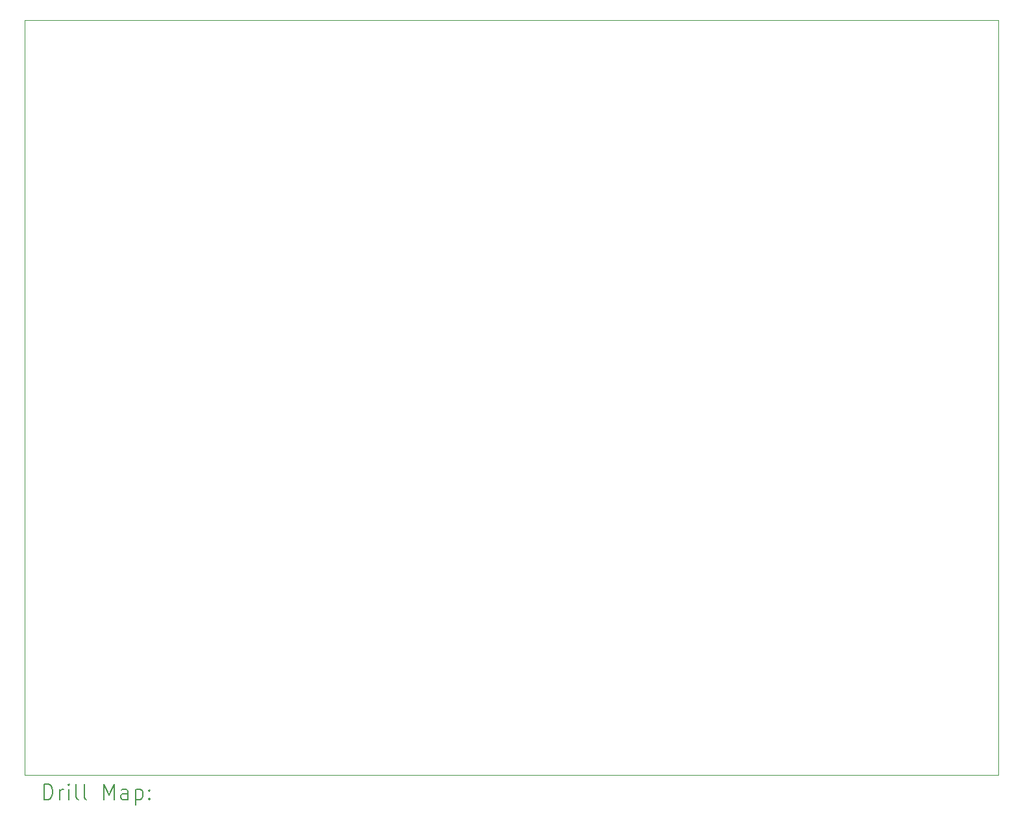
<source format=gbr>
%FSLAX45Y45*%
G04 Gerber Fmt 4.5, Leading zero omitted, Abs format (unit mm)*
G04 Created by KiCad (PCBNEW 6.0.6) date 2022-09-03 22:52:49*
%MOMM*%
%LPD*%
G01*
G04 APERTURE LIST*
%TA.AperFunction,Profile*%
%ADD10C,0.100000*%
%TD*%
%ADD11C,0.200000*%
G04 APERTURE END LIST*
D10*
X22542500Y-4127500D02*
X9842500Y-4127500D01*
X9842500Y-4127500D02*
X9842500Y-13970000D01*
X9842500Y-13970000D02*
X22542500Y-13970000D01*
X22542500Y-13970000D02*
X22542500Y-4127500D01*
D11*
X10095119Y-14285476D02*
X10095119Y-14085476D01*
X10142738Y-14085476D01*
X10171310Y-14095000D01*
X10190357Y-14114048D01*
X10199881Y-14133095D01*
X10209405Y-14171190D01*
X10209405Y-14199762D01*
X10199881Y-14237857D01*
X10190357Y-14256905D01*
X10171310Y-14275952D01*
X10142738Y-14285476D01*
X10095119Y-14285476D01*
X10295119Y-14285476D02*
X10295119Y-14152143D01*
X10295119Y-14190238D02*
X10304643Y-14171190D01*
X10314167Y-14161667D01*
X10333214Y-14152143D01*
X10352262Y-14152143D01*
X10418929Y-14285476D02*
X10418929Y-14152143D01*
X10418929Y-14085476D02*
X10409405Y-14095000D01*
X10418929Y-14104524D01*
X10428452Y-14095000D01*
X10418929Y-14085476D01*
X10418929Y-14104524D01*
X10542738Y-14285476D02*
X10523690Y-14275952D01*
X10514167Y-14256905D01*
X10514167Y-14085476D01*
X10647500Y-14285476D02*
X10628452Y-14275952D01*
X10618929Y-14256905D01*
X10618929Y-14085476D01*
X10876071Y-14285476D02*
X10876071Y-14085476D01*
X10942738Y-14228333D01*
X11009405Y-14085476D01*
X11009405Y-14285476D01*
X11190357Y-14285476D02*
X11190357Y-14180714D01*
X11180833Y-14161667D01*
X11161786Y-14152143D01*
X11123690Y-14152143D01*
X11104643Y-14161667D01*
X11190357Y-14275952D02*
X11171310Y-14285476D01*
X11123690Y-14285476D01*
X11104643Y-14275952D01*
X11095119Y-14256905D01*
X11095119Y-14237857D01*
X11104643Y-14218809D01*
X11123690Y-14209286D01*
X11171310Y-14209286D01*
X11190357Y-14199762D01*
X11285595Y-14152143D02*
X11285595Y-14352143D01*
X11285595Y-14161667D02*
X11304643Y-14152143D01*
X11342738Y-14152143D01*
X11361786Y-14161667D01*
X11371309Y-14171190D01*
X11380833Y-14190238D01*
X11380833Y-14247381D01*
X11371309Y-14266428D01*
X11361786Y-14275952D01*
X11342738Y-14285476D01*
X11304643Y-14285476D01*
X11285595Y-14275952D01*
X11466548Y-14266428D02*
X11476071Y-14275952D01*
X11466548Y-14285476D01*
X11457024Y-14275952D01*
X11466548Y-14266428D01*
X11466548Y-14285476D01*
X11466548Y-14161667D02*
X11476071Y-14171190D01*
X11466548Y-14180714D01*
X11457024Y-14171190D01*
X11466548Y-14161667D01*
X11466548Y-14180714D01*
M02*

</source>
